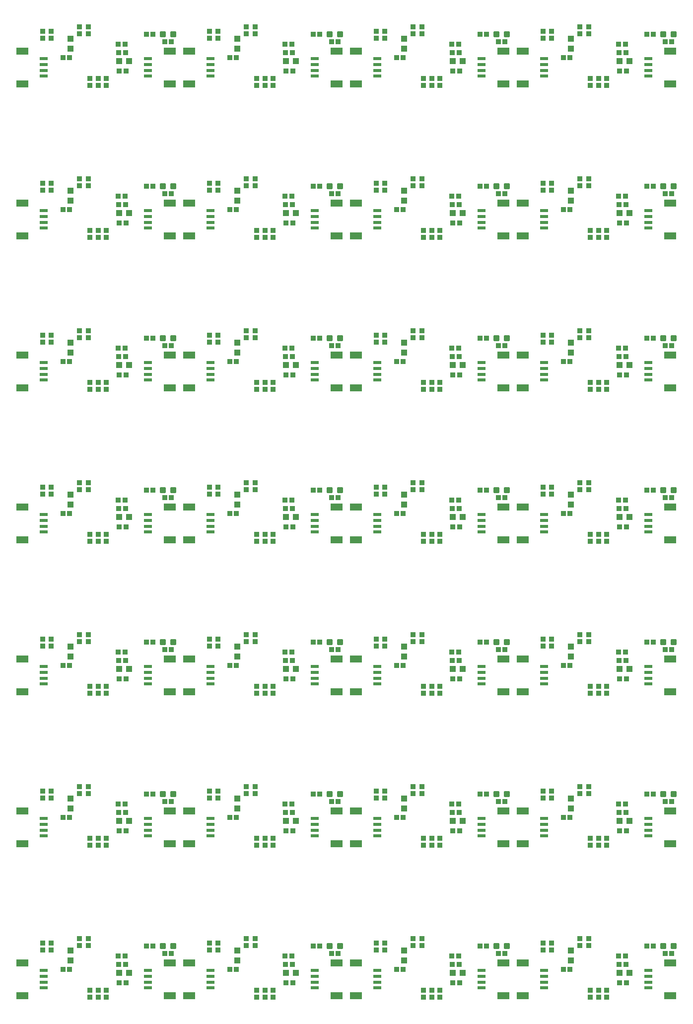
<source format=gbp>
G75*
%MOIN*%
%OFA0B0*%
%FSLAX25Y25*%
%IPPOS*%
%LPD*%
%AMOC8*
5,1,8,0,0,1.08239X$1,22.5*
%
%ADD10R,0.07874X0.04724*%
%ADD11R,0.05315X0.02362*%
%ADD12R,0.03543X0.03346*%
%ADD13R,0.03346X0.03543*%
%ADD14R,0.04331X0.03937*%
%ADD15C,0.01181*%
%ADD16R,0.03937X0.04331*%
D10*
X0048873Y0067726D03*
X0048873Y0089774D03*
X0048873Y0169726D03*
X0048873Y0191774D03*
X0048873Y0271726D03*
X0048873Y0293774D03*
X0048873Y0373726D03*
X0048873Y0395774D03*
X0048873Y0475726D03*
X0048873Y0497774D03*
X0048873Y0577726D03*
X0048873Y0599774D03*
X0048873Y0679726D03*
X0048873Y0701774D03*
X0147810Y0701774D03*
X0160873Y0701774D03*
X0160873Y0679726D03*
X0147810Y0679726D03*
X0147810Y0599774D03*
X0160873Y0599774D03*
X0160873Y0577726D03*
X0147810Y0577726D03*
X0147810Y0497774D03*
X0160873Y0497774D03*
X0160873Y0475726D03*
X0147810Y0475726D03*
X0147810Y0395774D03*
X0147810Y0373726D03*
X0160873Y0373726D03*
X0160873Y0395774D03*
X0160873Y0293774D03*
X0147810Y0293774D03*
X0147810Y0271726D03*
X0160873Y0271726D03*
X0160873Y0191774D03*
X0147810Y0191774D03*
X0147810Y0169726D03*
X0160873Y0169726D03*
X0160873Y0089774D03*
X0147810Y0089774D03*
X0147810Y0067726D03*
X0160873Y0067726D03*
X0259810Y0067726D03*
X0272873Y0067726D03*
X0272873Y0089774D03*
X0259810Y0089774D03*
X0259810Y0169726D03*
X0272873Y0169726D03*
X0272873Y0191774D03*
X0259810Y0191774D03*
X0259810Y0271726D03*
X0272873Y0271726D03*
X0272873Y0293774D03*
X0259810Y0293774D03*
X0259810Y0373726D03*
X0259810Y0395774D03*
X0272873Y0395774D03*
X0272873Y0373726D03*
X0272873Y0475726D03*
X0259810Y0475726D03*
X0259810Y0497774D03*
X0272873Y0497774D03*
X0272873Y0577726D03*
X0259810Y0577726D03*
X0259810Y0599774D03*
X0272873Y0599774D03*
X0272873Y0679726D03*
X0259810Y0679726D03*
X0259810Y0701774D03*
X0272873Y0701774D03*
X0371810Y0701774D03*
X0384873Y0701774D03*
X0384873Y0679726D03*
X0371810Y0679726D03*
X0371810Y0599774D03*
X0384873Y0599774D03*
X0384873Y0577726D03*
X0371810Y0577726D03*
X0371810Y0497774D03*
X0384873Y0497774D03*
X0384873Y0475726D03*
X0371810Y0475726D03*
X0371810Y0395774D03*
X0384873Y0395774D03*
X0384873Y0373726D03*
X0371810Y0373726D03*
X0371810Y0293774D03*
X0384873Y0293774D03*
X0384873Y0271726D03*
X0371810Y0271726D03*
X0371810Y0191774D03*
X0384873Y0191774D03*
X0384873Y0169726D03*
X0371810Y0169726D03*
X0371810Y0089774D03*
X0384873Y0089774D03*
X0384873Y0067726D03*
X0371810Y0067726D03*
X0483810Y0067726D03*
X0483810Y0089774D03*
X0483810Y0169726D03*
X0483810Y0191774D03*
X0483810Y0271726D03*
X0483810Y0293774D03*
X0483810Y0373726D03*
X0483810Y0395774D03*
X0483810Y0475726D03*
X0483810Y0497774D03*
X0483810Y0577726D03*
X0483810Y0599774D03*
X0483810Y0679726D03*
X0483810Y0701774D03*
D11*
X0469342Y0696656D03*
X0469342Y0692719D03*
X0469342Y0688781D03*
X0469342Y0684844D03*
X0469342Y0594656D03*
X0469342Y0590719D03*
X0469342Y0586781D03*
X0469342Y0582844D03*
X0399342Y0582844D03*
X0399342Y0586781D03*
X0399342Y0590719D03*
X0399342Y0594656D03*
X0357342Y0594656D03*
X0357342Y0590719D03*
X0357342Y0586781D03*
X0357342Y0582844D03*
X0287342Y0582844D03*
X0287342Y0586781D03*
X0287342Y0590719D03*
X0287342Y0594656D03*
X0245342Y0594656D03*
X0245342Y0590719D03*
X0245342Y0586781D03*
X0245342Y0582844D03*
X0175342Y0582844D03*
X0175342Y0586781D03*
X0175342Y0590719D03*
X0175342Y0594656D03*
X0133342Y0594656D03*
X0133342Y0590719D03*
X0133342Y0586781D03*
X0133342Y0582844D03*
X0063342Y0582844D03*
X0063342Y0586781D03*
X0063342Y0590719D03*
X0063342Y0594656D03*
X0063342Y0684844D03*
X0063342Y0688781D03*
X0063342Y0692719D03*
X0063342Y0696656D03*
X0133342Y0696656D03*
X0133342Y0692719D03*
X0133342Y0688781D03*
X0133342Y0684844D03*
X0175342Y0684844D03*
X0175342Y0688781D03*
X0175342Y0692719D03*
X0175342Y0696656D03*
X0245342Y0696656D03*
X0245342Y0692719D03*
X0245342Y0688781D03*
X0245342Y0684844D03*
X0287342Y0684844D03*
X0287342Y0688781D03*
X0287342Y0692719D03*
X0287342Y0696656D03*
X0357342Y0696656D03*
X0357342Y0692719D03*
X0357342Y0688781D03*
X0357342Y0684844D03*
X0399342Y0684844D03*
X0399342Y0688781D03*
X0399342Y0692719D03*
X0399342Y0696656D03*
X0399342Y0492656D03*
X0399342Y0488719D03*
X0399342Y0484781D03*
X0399342Y0480844D03*
X0357342Y0480844D03*
X0357342Y0484781D03*
X0357342Y0488719D03*
X0357342Y0492656D03*
X0287342Y0492656D03*
X0287342Y0488719D03*
X0287342Y0484781D03*
X0287342Y0480844D03*
X0245342Y0480844D03*
X0245342Y0484781D03*
X0245342Y0488719D03*
X0245342Y0492656D03*
X0175342Y0492656D03*
X0175342Y0488719D03*
X0175342Y0484781D03*
X0175342Y0480844D03*
X0133342Y0480844D03*
X0133342Y0484781D03*
X0133342Y0488719D03*
X0133342Y0492656D03*
X0063342Y0492656D03*
X0063342Y0488719D03*
X0063342Y0484781D03*
X0063342Y0480844D03*
X0063342Y0390656D03*
X0063342Y0386719D03*
X0063342Y0382781D03*
X0063342Y0378844D03*
X0063342Y0288656D03*
X0063342Y0284719D03*
X0063342Y0280781D03*
X0063342Y0276844D03*
X0063342Y0186656D03*
X0063342Y0182719D03*
X0063342Y0178781D03*
X0063342Y0174844D03*
X0063342Y0084656D03*
X0063342Y0080719D03*
X0063342Y0076781D03*
X0063342Y0072844D03*
X0133342Y0072844D03*
X0133342Y0076781D03*
X0133342Y0080719D03*
X0133342Y0084656D03*
X0175342Y0084656D03*
X0175342Y0080719D03*
X0175342Y0076781D03*
X0175342Y0072844D03*
X0245342Y0072844D03*
X0245342Y0076781D03*
X0245342Y0080719D03*
X0245342Y0084656D03*
X0287342Y0084656D03*
X0287342Y0080719D03*
X0287342Y0076781D03*
X0287342Y0072844D03*
X0357342Y0072844D03*
X0357342Y0076781D03*
X0357342Y0080719D03*
X0357342Y0084656D03*
X0399342Y0084656D03*
X0399342Y0080719D03*
X0399342Y0076781D03*
X0399342Y0072844D03*
X0469342Y0072844D03*
X0469342Y0076781D03*
X0469342Y0080719D03*
X0469342Y0084656D03*
X0469342Y0174844D03*
X0469342Y0178781D03*
X0469342Y0182719D03*
X0469342Y0186656D03*
X0469342Y0276844D03*
X0469342Y0280781D03*
X0469342Y0284719D03*
X0469342Y0288656D03*
X0469342Y0378844D03*
X0469342Y0382781D03*
X0469342Y0386719D03*
X0469342Y0390656D03*
X0469342Y0480844D03*
X0469342Y0484781D03*
X0469342Y0488719D03*
X0469342Y0492656D03*
X0399342Y0390656D03*
X0399342Y0386719D03*
X0399342Y0382781D03*
X0399342Y0378844D03*
X0357342Y0378844D03*
X0357342Y0382781D03*
X0357342Y0386719D03*
X0357342Y0390656D03*
X0287342Y0390656D03*
X0287342Y0386719D03*
X0287342Y0382781D03*
X0287342Y0378844D03*
X0245342Y0378844D03*
X0245342Y0382781D03*
X0245342Y0386719D03*
X0245342Y0390656D03*
X0175342Y0390656D03*
X0175342Y0386719D03*
X0175342Y0382781D03*
X0175342Y0378844D03*
X0133342Y0378844D03*
X0133342Y0382781D03*
X0133342Y0386719D03*
X0133342Y0390656D03*
X0133342Y0288656D03*
X0133342Y0284719D03*
X0133342Y0280781D03*
X0133342Y0276844D03*
X0175342Y0276844D03*
X0175342Y0280781D03*
X0175342Y0284719D03*
X0175342Y0288656D03*
X0245342Y0288656D03*
X0245342Y0284719D03*
X0245342Y0280781D03*
X0245342Y0276844D03*
X0287342Y0276844D03*
X0287342Y0280781D03*
X0287342Y0284719D03*
X0287342Y0288656D03*
X0357342Y0288656D03*
X0357342Y0284719D03*
X0357342Y0280781D03*
X0357342Y0276844D03*
X0399342Y0276844D03*
X0399342Y0280781D03*
X0399342Y0284719D03*
X0399342Y0288656D03*
X0399342Y0186656D03*
X0399342Y0182719D03*
X0399342Y0178781D03*
X0399342Y0174844D03*
X0357342Y0174844D03*
X0357342Y0178781D03*
X0357342Y0182719D03*
X0357342Y0186656D03*
X0287342Y0186656D03*
X0287342Y0182719D03*
X0287342Y0178781D03*
X0287342Y0174844D03*
X0245342Y0174844D03*
X0245342Y0178781D03*
X0245342Y0182719D03*
X0245342Y0186656D03*
X0175342Y0186656D03*
X0175342Y0182719D03*
X0175342Y0178781D03*
X0175342Y0174844D03*
X0133342Y0174844D03*
X0133342Y0178781D03*
X0133342Y0182719D03*
X0133342Y0186656D03*
D12*
X0105342Y0173233D03*
X0105342Y0168667D03*
X0099742Y0168667D03*
X0099742Y0173233D03*
X0094242Y0173233D03*
X0094242Y0168667D03*
X0068342Y0200367D03*
X0068342Y0204933D03*
X0062542Y0204933D03*
X0062542Y0200367D03*
X0087242Y0203367D03*
X0087242Y0207933D03*
X0093042Y0207933D03*
X0093042Y0203367D03*
X0094242Y0270667D03*
X0094242Y0275233D03*
X0099742Y0275233D03*
X0099742Y0270667D03*
X0105342Y0270667D03*
X0105342Y0275233D03*
X0093042Y0305367D03*
X0093042Y0309933D03*
X0087242Y0309933D03*
X0087242Y0305367D03*
X0068342Y0306933D03*
X0068342Y0302367D03*
X0062542Y0302367D03*
X0062542Y0306933D03*
X0094242Y0372667D03*
X0094242Y0377233D03*
X0099742Y0377233D03*
X0099742Y0372667D03*
X0105342Y0372667D03*
X0105342Y0377233D03*
X0093042Y0407367D03*
X0093042Y0411933D03*
X0087242Y0411933D03*
X0087242Y0407367D03*
X0068342Y0408933D03*
X0068342Y0404367D03*
X0062542Y0404367D03*
X0062542Y0408933D03*
X0094242Y0474667D03*
X0094242Y0479233D03*
X0099742Y0479233D03*
X0099742Y0474667D03*
X0105342Y0474667D03*
X0105342Y0479233D03*
X0093042Y0509367D03*
X0093042Y0513933D03*
X0087242Y0513933D03*
X0087242Y0509367D03*
X0068342Y0510933D03*
X0068342Y0506367D03*
X0062542Y0506367D03*
X0062542Y0510933D03*
X0094242Y0576667D03*
X0094242Y0581233D03*
X0099742Y0581233D03*
X0099742Y0576667D03*
X0105342Y0576667D03*
X0105342Y0581233D03*
X0093042Y0611367D03*
X0093042Y0615933D03*
X0087242Y0615933D03*
X0087242Y0611367D03*
X0068342Y0612933D03*
X0068342Y0608367D03*
X0062542Y0608367D03*
X0062542Y0612933D03*
X0094242Y0678667D03*
X0094242Y0683233D03*
X0099742Y0683233D03*
X0099742Y0678667D03*
X0105342Y0678667D03*
X0105342Y0683233D03*
X0093042Y0713367D03*
X0093042Y0717933D03*
X0087242Y0717933D03*
X0087242Y0713367D03*
X0068342Y0714933D03*
X0068342Y0710367D03*
X0062542Y0710367D03*
X0062542Y0714933D03*
X0174542Y0714933D03*
X0174542Y0710367D03*
X0180342Y0710367D03*
X0180342Y0714933D03*
X0199242Y0713367D03*
X0199242Y0717933D03*
X0205042Y0717933D03*
X0205042Y0713367D03*
X0206242Y0683233D03*
X0206242Y0678667D03*
X0211742Y0678667D03*
X0211742Y0683233D03*
X0217342Y0683233D03*
X0217342Y0678667D03*
X0205042Y0615933D03*
X0205042Y0611367D03*
X0199242Y0611367D03*
X0199242Y0615933D03*
X0180342Y0612933D03*
X0180342Y0608367D03*
X0174542Y0608367D03*
X0174542Y0612933D03*
X0206242Y0581233D03*
X0206242Y0576667D03*
X0211742Y0576667D03*
X0211742Y0581233D03*
X0217342Y0581233D03*
X0217342Y0576667D03*
X0205042Y0513933D03*
X0205042Y0509367D03*
X0199242Y0509367D03*
X0199242Y0513933D03*
X0180342Y0510933D03*
X0180342Y0506367D03*
X0174542Y0506367D03*
X0174542Y0510933D03*
X0206242Y0479233D03*
X0206242Y0474667D03*
X0211742Y0474667D03*
X0211742Y0479233D03*
X0217342Y0479233D03*
X0217342Y0474667D03*
X0205042Y0411933D03*
X0205042Y0407367D03*
X0199242Y0407367D03*
X0199242Y0411933D03*
X0180342Y0408933D03*
X0180342Y0404367D03*
X0174542Y0404367D03*
X0174542Y0408933D03*
X0206242Y0377233D03*
X0206242Y0372667D03*
X0211742Y0372667D03*
X0211742Y0377233D03*
X0217342Y0377233D03*
X0217342Y0372667D03*
X0205042Y0309933D03*
X0205042Y0305367D03*
X0199242Y0305367D03*
X0199242Y0309933D03*
X0180342Y0306933D03*
X0180342Y0302367D03*
X0174542Y0302367D03*
X0174542Y0306933D03*
X0206242Y0275233D03*
X0206242Y0270667D03*
X0211742Y0270667D03*
X0211742Y0275233D03*
X0217342Y0275233D03*
X0217342Y0270667D03*
X0205042Y0207933D03*
X0205042Y0203367D03*
X0199242Y0203367D03*
X0199242Y0207933D03*
X0180342Y0204933D03*
X0180342Y0200367D03*
X0174542Y0200367D03*
X0174542Y0204933D03*
X0206242Y0173233D03*
X0206242Y0168667D03*
X0211742Y0168667D03*
X0211742Y0173233D03*
X0217342Y0173233D03*
X0217342Y0168667D03*
X0205042Y0105933D03*
X0205042Y0101367D03*
X0199242Y0101367D03*
X0199242Y0105933D03*
X0180342Y0102933D03*
X0180342Y0098367D03*
X0174542Y0098367D03*
X0174542Y0102933D03*
X0206242Y0071233D03*
X0206242Y0066667D03*
X0211742Y0066667D03*
X0211742Y0071233D03*
X0217342Y0071233D03*
X0217342Y0066667D03*
X0286542Y0098367D03*
X0286542Y0102933D03*
X0292342Y0102933D03*
X0292342Y0098367D03*
X0311242Y0101367D03*
X0311242Y0105933D03*
X0317042Y0105933D03*
X0317042Y0101367D03*
X0318242Y0071233D03*
X0318242Y0066667D03*
X0323742Y0066667D03*
X0323742Y0071233D03*
X0329342Y0071233D03*
X0329342Y0066667D03*
X0398542Y0098367D03*
X0398542Y0102933D03*
X0404342Y0102933D03*
X0404342Y0098367D03*
X0423242Y0101367D03*
X0423242Y0105933D03*
X0429042Y0105933D03*
X0429042Y0101367D03*
X0430242Y0071233D03*
X0430242Y0066667D03*
X0435742Y0066667D03*
X0435742Y0071233D03*
X0441342Y0071233D03*
X0441342Y0066667D03*
X0441342Y0168667D03*
X0441342Y0173233D03*
X0435742Y0173233D03*
X0435742Y0168667D03*
X0430242Y0168667D03*
X0430242Y0173233D03*
X0429042Y0203367D03*
X0429042Y0207933D03*
X0423242Y0207933D03*
X0423242Y0203367D03*
X0404342Y0204933D03*
X0404342Y0200367D03*
X0398542Y0200367D03*
X0398542Y0204933D03*
X0430242Y0270667D03*
X0430242Y0275233D03*
X0435742Y0275233D03*
X0435742Y0270667D03*
X0441342Y0270667D03*
X0441342Y0275233D03*
X0429042Y0305367D03*
X0429042Y0309933D03*
X0423242Y0309933D03*
X0423242Y0305367D03*
X0404342Y0306933D03*
X0404342Y0302367D03*
X0398542Y0302367D03*
X0398542Y0306933D03*
X0430242Y0372667D03*
X0430242Y0377233D03*
X0435742Y0377233D03*
X0435742Y0372667D03*
X0441342Y0372667D03*
X0441342Y0377233D03*
X0429042Y0407367D03*
X0429042Y0411933D03*
X0423242Y0411933D03*
X0423242Y0407367D03*
X0404342Y0408933D03*
X0404342Y0404367D03*
X0398542Y0404367D03*
X0398542Y0408933D03*
X0430242Y0474667D03*
X0430242Y0479233D03*
X0435742Y0479233D03*
X0435742Y0474667D03*
X0441342Y0474667D03*
X0441342Y0479233D03*
X0429042Y0509367D03*
X0429042Y0513933D03*
X0423242Y0513933D03*
X0423242Y0509367D03*
X0404342Y0510933D03*
X0404342Y0506367D03*
X0398542Y0506367D03*
X0398542Y0510933D03*
X0430242Y0576667D03*
X0430242Y0581233D03*
X0435742Y0581233D03*
X0435742Y0576667D03*
X0441342Y0576667D03*
X0441342Y0581233D03*
X0429042Y0611367D03*
X0429042Y0615933D03*
X0423242Y0615933D03*
X0423242Y0611367D03*
X0404342Y0612933D03*
X0404342Y0608367D03*
X0398542Y0608367D03*
X0398542Y0612933D03*
X0430242Y0678667D03*
X0430242Y0683233D03*
X0435742Y0683233D03*
X0435742Y0678667D03*
X0441342Y0678667D03*
X0441342Y0683233D03*
X0429042Y0713367D03*
X0429042Y0717933D03*
X0423242Y0717933D03*
X0423242Y0713367D03*
X0404342Y0714933D03*
X0404342Y0710367D03*
X0398542Y0710367D03*
X0398542Y0714933D03*
X0329342Y0683233D03*
X0329342Y0678667D03*
X0323742Y0678667D03*
X0323742Y0683233D03*
X0318242Y0683233D03*
X0318242Y0678667D03*
X0292342Y0710367D03*
X0292342Y0714933D03*
X0286542Y0714933D03*
X0286542Y0710367D03*
X0311242Y0713367D03*
X0311242Y0717933D03*
X0317042Y0717933D03*
X0317042Y0713367D03*
X0317042Y0615933D03*
X0317042Y0611367D03*
X0311242Y0611367D03*
X0311242Y0615933D03*
X0292342Y0612933D03*
X0292342Y0608367D03*
X0286542Y0608367D03*
X0286542Y0612933D03*
X0318242Y0581233D03*
X0318242Y0576667D03*
X0323742Y0576667D03*
X0323742Y0581233D03*
X0329342Y0581233D03*
X0329342Y0576667D03*
X0317042Y0513933D03*
X0317042Y0509367D03*
X0311242Y0509367D03*
X0311242Y0513933D03*
X0292342Y0510933D03*
X0292342Y0506367D03*
X0286542Y0506367D03*
X0286542Y0510933D03*
X0318242Y0479233D03*
X0318242Y0474667D03*
X0323742Y0474667D03*
X0323742Y0479233D03*
X0329342Y0479233D03*
X0329342Y0474667D03*
X0317042Y0411933D03*
X0317042Y0407367D03*
X0311242Y0407367D03*
X0311242Y0411933D03*
X0292342Y0408933D03*
X0292342Y0404367D03*
X0286542Y0404367D03*
X0286542Y0408933D03*
X0318242Y0377233D03*
X0318242Y0372667D03*
X0323742Y0372667D03*
X0323742Y0377233D03*
X0329342Y0377233D03*
X0329342Y0372667D03*
X0317042Y0309933D03*
X0317042Y0305367D03*
X0311242Y0305367D03*
X0311242Y0309933D03*
X0292342Y0306933D03*
X0292342Y0302367D03*
X0286542Y0302367D03*
X0286542Y0306933D03*
X0318242Y0275233D03*
X0318242Y0270667D03*
X0323742Y0270667D03*
X0323742Y0275233D03*
X0329342Y0275233D03*
X0329342Y0270667D03*
X0317042Y0207933D03*
X0317042Y0203367D03*
X0311242Y0203367D03*
X0311242Y0207933D03*
X0292342Y0204933D03*
X0292342Y0200367D03*
X0286542Y0200367D03*
X0286542Y0204933D03*
X0318242Y0173233D03*
X0318242Y0168667D03*
X0323742Y0168667D03*
X0323742Y0173233D03*
X0329342Y0173233D03*
X0329342Y0168667D03*
X0105342Y0071233D03*
X0105342Y0066667D03*
X0099742Y0066667D03*
X0099742Y0071233D03*
X0094242Y0071233D03*
X0094242Y0066667D03*
X0093042Y0101367D03*
X0093042Y0105933D03*
X0087242Y0105933D03*
X0087242Y0101367D03*
X0068342Y0102933D03*
X0068342Y0098367D03*
X0062542Y0098367D03*
X0062542Y0102933D03*
D13*
X0076058Y0085250D03*
X0080625Y0085250D03*
X0113458Y0088750D03*
X0118025Y0088750D03*
X0117725Y0094250D03*
X0113158Y0094250D03*
X0113858Y0076150D03*
X0118425Y0076150D03*
X0132058Y0101050D03*
X0136625Y0101050D03*
X0144358Y0095850D03*
X0148925Y0095850D03*
X0188058Y0085250D03*
X0192625Y0085250D03*
X0225458Y0088750D03*
X0230025Y0088750D03*
X0229725Y0094250D03*
X0225158Y0094250D03*
X0225858Y0076150D03*
X0230425Y0076150D03*
X0244058Y0101050D03*
X0248625Y0101050D03*
X0256358Y0095850D03*
X0260925Y0095850D03*
X0300058Y0085250D03*
X0304625Y0085250D03*
X0337458Y0088750D03*
X0342025Y0088750D03*
X0341725Y0094250D03*
X0337158Y0094250D03*
X0337858Y0076150D03*
X0342425Y0076150D03*
X0356058Y0101050D03*
X0360625Y0101050D03*
X0368358Y0095850D03*
X0372925Y0095850D03*
X0412058Y0085250D03*
X0416625Y0085250D03*
X0449458Y0088750D03*
X0454025Y0088750D03*
X0453725Y0094250D03*
X0449158Y0094250D03*
X0449858Y0076150D03*
X0454425Y0076150D03*
X0468058Y0101050D03*
X0472625Y0101050D03*
X0480358Y0095850D03*
X0484925Y0095850D03*
X0454425Y0178150D03*
X0449858Y0178150D03*
X0449458Y0190750D03*
X0454025Y0190750D03*
X0453725Y0196250D03*
X0449158Y0196250D03*
X0468058Y0203050D03*
X0472625Y0203050D03*
X0480358Y0197850D03*
X0484925Y0197850D03*
X0454425Y0280150D03*
X0449858Y0280150D03*
X0449458Y0292750D03*
X0454025Y0292750D03*
X0453725Y0298250D03*
X0449158Y0298250D03*
X0468058Y0305050D03*
X0472625Y0305050D03*
X0480358Y0299850D03*
X0484925Y0299850D03*
X0454425Y0382150D03*
X0449858Y0382150D03*
X0449458Y0394750D03*
X0454025Y0394750D03*
X0453725Y0400250D03*
X0449158Y0400250D03*
X0468058Y0407050D03*
X0472625Y0407050D03*
X0480358Y0401850D03*
X0484925Y0401850D03*
X0454425Y0484150D03*
X0449858Y0484150D03*
X0449458Y0496750D03*
X0454025Y0496750D03*
X0453725Y0502250D03*
X0449158Y0502250D03*
X0468058Y0509050D03*
X0472625Y0509050D03*
X0480358Y0503850D03*
X0484925Y0503850D03*
X0454425Y0586150D03*
X0449858Y0586150D03*
X0449458Y0598750D03*
X0454025Y0598750D03*
X0453725Y0604250D03*
X0449158Y0604250D03*
X0468058Y0611050D03*
X0472625Y0611050D03*
X0480358Y0605850D03*
X0484925Y0605850D03*
X0416625Y0595250D03*
X0412058Y0595250D03*
X0372925Y0605850D03*
X0368358Y0605850D03*
X0360625Y0611050D03*
X0356058Y0611050D03*
X0341725Y0604250D03*
X0337158Y0604250D03*
X0337458Y0598750D03*
X0342025Y0598750D03*
X0342425Y0586150D03*
X0337858Y0586150D03*
X0304625Y0595250D03*
X0300058Y0595250D03*
X0260925Y0605850D03*
X0256358Y0605850D03*
X0248625Y0611050D03*
X0244058Y0611050D03*
X0229725Y0604250D03*
X0225158Y0604250D03*
X0225458Y0598750D03*
X0230025Y0598750D03*
X0230425Y0586150D03*
X0225858Y0586150D03*
X0192625Y0595250D03*
X0188058Y0595250D03*
X0148925Y0605850D03*
X0144358Y0605850D03*
X0136625Y0611050D03*
X0132058Y0611050D03*
X0117725Y0604250D03*
X0113158Y0604250D03*
X0113458Y0598750D03*
X0118025Y0598750D03*
X0118425Y0586150D03*
X0113858Y0586150D03*
X0080625Y0595250D03*
X0076058Y0595250D03*
X0113158Y0502250D03*
X0117725Y0502250D03*
X0118025Y0496750D03*
X0113458Y0496750D03*
X0113858Y0484150D03*
X0118425Y0484150D03*
X0132058Y0509050D03*
X0136625Y0509050D03*
X0144358Y0503850D03*
X0148925Y0503850D03*
X0188058Y0493250D03*
X0192625Y0493250D03*
X0225458Y0496750D03*
X0230025Y0496750D03*
X0229725Y0502250D03*
X0225158Y0502250D03*
X0225858Y0484150D03*
X0230425Y0484150D03*
X0244058Y0509050D03*
X0248625Y0509050D03*
X0256358Y0503850D03*
X0260925Y0503850D03*
X0300058Y0493250D03*
X0304625Y0493250D03*
X0337458Y0496750D03*
X0342025Y0496750D03*
X0341725Y0502250D03*
X0337158Y0502250D03*
X0337858Y0484150D03*
X0342425Y0484150D03*
X0356058Y0509050D03*
X0360625Y0509050D03*
X0368358Y0503850D03*
X0372925Y0503850D03*
X0412058Y0493250D03*
X0416625Y0493250D03*
X0360625Y0407050D03*
X0356058Y0407050D03*
X0368358Y0401850D03*
X0372925Y0401850D03*
X0341725Y0400250D03*
X0337158Y0400250D03*
X0337458Y0394750D03*
X0342025Y0394750D03*
X0342425Y0382150D03*
X0337858Y0382150D03*
X0304625Y0391250D03*
X0300058Y0391250D03*
X0260925Y0401850D03*
X0256358Y0401850D03*
X0248625Y0407050D03*
X0244058Y0407050D03*
X0229725Y0400250D03*
X0225158Y0400250D03*
X0225458Y0394750D03*
X0230025Y0394750D03*
X0230425Y0382150D03*
X0225858Y0382150D03*
X0192625Y0391250D03*
X0188058Y0391250D03*
X0148925Y0401850D03*
X0144358Y0401850D03*
X0136625Y0407050D03*
X0132058Y0407050D03*
X0117725Y0400250D03*
X0113158Y0400250D03*
X0113458Y0394750D03*
X0118025Y0394750D03*
X0118425Y0382150D03*
X0113858Y0382150D03*
X0080625Y0391250D03*
X0076058Y0391250D03*
X0132058Y0305050D03*
X0136625Y0305050D03*
X0144358Y0299850D03*
X0148925Y0299850D03*
X0117725Y0298250D03*
X0113158Y0298250D03*
X0113458Y0292750D03*
X0118025Y0292750D03*
X0118425Y0280150D03*
X0113858Y0280150D03*
X0080625Y0289250D03*
X0076058Y0289250D03*
X0132058Y0203050D03*
X0136625Y0203050D03*
X0144358Y0197850D03*
X0148925Y0197850D03*
X0117725Y0196250D03*
X0113158Y0196250D03*
X0113458Y0190750D03*
X0118025Y0190750D03*
X0118425Y0178150D03*
X0113858Y0178150D03*
X0080625Y0187250D03*
X0076058Y0187250D03*
X0188058Y0187250D03*
X0192625Y0187250D03*
X0225458Y0190750D03*
X0230025Y0190750D03*
X0229725Y0196250D03*
X0225158Y0196250D03*
X0225858Y0178150D03*
X0230425Y0178150D03*
X0244058Y0203050D03*
X0248625Y0203050D03*
X0256358Y0197850D03*
X0260925Y0197850D03*
X0300058Y0187250D03*
X0304625Y0187250D03*
X0337458Y0190750D03*
X0342025Y0190750D03*
X0341725Y0196250D03*
X0337158Y0196250D03*
X0337858Y0178150D03*
X0342425Y0178150D03*
X0356058Y0203050D03*
X0360625Y0203050D03*
X0368358Y0197850D03*
X0372925Y0197850D03*
X0412058Y0187250D03*
X0416625Y0187250D03*
X0416625Y0289250D03*
X0412058Y0289250D03*
X0372925Y0299850D03*
X0368358Y0299850D03*
X0360625Y0305050D03*
X0356058Y0305050D03*
X0341725Y0298250D03*
X0337158Y0298250D03*
X0337458Y0292750D03*
X0342025Y0292750D03*
X0342425Y0280150D03*
X0337858Y0280150D03*
X0304625Y0289250D03*
X0300058Y0289250D03*
X0260925Y0299850D03*
X0256358Y0299850D03*
X0248625Y0305050D03*
X0244058Y0305050D03*
X0229725Y0298250D03*
X0225158Y0298250D03*
X0225458Y0292750D03*
X0230025Y0292750D03*
X0230425Y0280150D03*
X0225858Y0280150D03*
X0192625Y0289250D03*
X0188058Y0289250D03*
X0080625Y0493250D03*
X0076058Y0493250D03*
X0113858Y0688150D03*
X0118425Y0688150D03*
X0118025Y0700750D03*
X0113458Y0700750D03*
X0113158Y0706250D03*
X0117725Y0706250D03*
X0132058Y0713050D03*
X0136625Y0713050D03*
X0144358Y0707850D03*
X0148925Y0707850D03*
X0188058Y0697250D03*
X0192625Y0697250D03*
X0225458Y0700750D03*
X0230025Y0700750D03*
X0229725Y0706250D03*
X0225158Y0706250D03*
X0225858Y0688150D03*
X0230425Y0688150D03*
X0244058Y0713050D03*
X0248625Y0713050D03*
X0256358Y0707850D03*
X0260925Y0707850D03*
X0300058Y0697250D03*
X0304625Y0697250D03*
X0337458Y0700750D03*
X0342025Y0700750D03*
X0341725Y0706250D03*
X0337158Y0706250D03*
X0337858Y0688150D03*
X0342425Y0688150D03*
X0356058Y0713050D03*
X0360625Y0713050D03*
X0368358Y0707850D03*
X0372925Y0707850D03*
X0412058Y0697250D03*
X0416625Y0697250D03*
X0449458Y0700750D03*
X0454025Y0700750D03*
X0453725Y0706250D03*
X0449158Y0706250D03*
X0449858Y0688150D03*
X0454425Y0688150D03*
X0468058Y0713050D03*
X0472625Y0713050D03*
X0480358Y0707850D03*
X0484925Y0707850D03*
X0416625Y0391250D03*
X0412058Y0391250D03*
X0080625Y0697250D03*
X0076058Y0697250D03*
D14*
X0113995Y0694850D03*
X0120688Y0694850D03*
X0120688Y0592850D03*
X0113995Y0592850D03*
X0113995Y0490850D03*
X0120688Y0490850D03*
X0120688Y0388850D03*
X0113995Y0388850D03*
X0113995Y0286850D03*
X0120688Y0286850D03*
X0120688Y0184850D03*
X0113995Y0184850D03*
X0113995Y0082850D03*
X0120688Y0082850D03*
X0225995Y0082850D03*
X0232688Y0082850D03*
X0232688Y0184850D03*
X0225995Y0184850D03*
X0225995Y0286850D03*
X0232688Y0286850D03*
X0232688Y0388850D03*
X0225995Y0388850D03*
X0225995Y0490850D03*
X0232688Y0490850D03*
X0232688Y0592850D03*
X0225995Y0592850D03*
X0225995Y0694850D03*
X0232688Y0694850D03*
X0337995Y0694850D03*
X0344688Y0694850D03*
X0344688Y0592850D03*
X0337995Y0592850D03*
X0337995Y0490850D03*
X0344688Y0490850D03*
X0344688Y0388850D03*
X0337995Y0388850D03*
X0337995Y0286850D03*
X0344688Y0286850D03*
X0344688Y0184850D03*
X0337995Y0184850D03*
X0337995Y0082850D03*
X0344688Y0082850D03*
X0449995Y0082850D03*
X0456688Y0082850D03*
X0456688Y0184850D03*
X0449995Y0184850D03*
X0449995Y0286850D03*
X0456688Y0286850D03*
X0456688Y0388850D03*
X0449995Y0388850D03*
X0449995Y0490850D03*
X0456688Y0490850D03*
X0456688Y0592850D03*
X0449995Y0592850D03*
X0449995Y0694850D03*
X0456688Y0694850D03*
D15*
X0477811Y0711572D02*
X0477811Y0714328D01*
X0480567Y0714328D01*
X0480567Y0711572D01*
X0477811Y0711572D01*
X0477811Y0712694D02*
X0480567Y0712694D01*
X0480567Y0713816D02*
X0477811Y0713816D01*
X0484717Y0714328D02*
X0484717Y0711572D01*
X0484717Y0714328D02*
X0487473Y0714328D01*
X0487473Y0711572D01*
X0484717Y0711572D01*
X0484717Y0712694D02*
X0487473Y0712694D01*
X0487473Y0713816D02*
X0484717Y0713816D01*
X0484717Y0612328D02*
X0484717Y0609572D01*
X0484717Y0612328D02*
X0487473Y0612328D01*
X0487473Y0609572D01*
X0484717Y0609572D01*
X0484717Y0610694D02*
X0487473Y0610694D01*
X0487473Y0611816D02*
X0484717Y0611816D01*
X0477811Y0612328D02*
X0477811Y0609572D01*
X0477811Y0612328D02*
X0480567Y0612328D01*
X0480567Y0609572D01*
X0477811Y0609572D01*
X0477811Y0610694D02*
X0480567Y0610694D01*
X0480567Y0611816D02*
X0477811Y0611816D01*
X0477811Y0510328D02*
X0477811Y0507572D01*
X0477811Y0510328D02*
X0480567Y0510328D01*
X0480567Y0507572D01*
X0477811Y0507572D01*
X0477811Y0508694D02*
X0480567Y0508694D01*
X0480567Y0509816D02*
X0477811Y0509816D01*
X0484717Y0510328D02*
X0484717Y0507572D01*
X0484717Y0510328D02*
X0487473Y0510328D01*
X0487473Y0507572D01*
X0484717Y0507572D01*
X0484717Y0508694D02*
X0487473Y0508694D01*
X0487473Y0509816D02*
X0484717Y0509816D01*
X0484717Y0408328D02*
X0484717Y0405572D01*
X0484717Y0408328D02*
X0487473Y0408328D01*
X0487473Y0405572D01*
X0484717Y0405572D01*
X0484717Y0406694D02*
X0487473Y0406694D01*
X0487473Y0407816D02*
X0484717Y0407816D01*
X0477811Y0408328D02*
X0477811Y0405572D01*
X0477811Y0408328D02*
X0480567Y0408328D01*
X0480567Y0405572D01*
X0477811Y0405572D01*
X0477811Y0406694D02*
X0480567Y0406694D01*
X0480567Y0407816D02*
X0477811Y0407816D01*
X0477811Y0306328D02*
X0477811Y0303572D01*
X0477811Y0306328D02*
X0480567Y0306328D01*
X0480567Y0303572D01*
X0477811Y0303572D01*
X0477811Y0304694D02*
X0480567Y0304694D01*
X0480567Y0305816D02*
X0477811Y0305816D01*
X0484717Y0306328D02*
X0484717Y0303572D01*
X0484717Y0306328D02*
X0487473Y0306328D01*
X0487473Y0303572D01*
X0484717Y0303572D01*
X0484717Y0304694D02*
X0487473Y0304694D01*
X0487473Y0305816D02*
X0484717Y0305816D01*
X0484717Y0204328D02*
X0484717Y0201572D01*
X0484717Y0204328D02*
X0487473Y0204328D01*
X0487473Y0201572D01*
X0484717Y0201572D01*
X0484717Y0202694D02*
X0487473Y0202694D01*
X0487473Y0203816D02*
X0484717Y0203816D01*
X0477811Y0204328D02*
X0477811Y0201572D01*
X0477811Y0204328D02*
X0480567Y0204328D01*
X0480567Y0201572D01*
X0477811Y0201572D01*
X0477811Y0202694D02*
X0480567Y0202694D01*
X0480567Y0203816D02*
X0477811Y0203816D01*
X0477811Y0102328D02*
X0477811Y0099572D01*
X0477811Y0102328D02*
X0480567Y0102328D01*
X0480567Y0099572D01*
X0477811Y0099572D01*
X0477811Y0100694D02*
X0480567Y0100694D01*
X0480567Y0101816D02*
X0477811Y0101816D01*
X0484717Y0102328D02*
X0484717Y0099572D01*
X0484717Y0102328D02*
X0487473Y0102328D01*
X0487473Y0099572D01*
X0484717Y0099572D01*
X0484717Y0100694D02*
X0487473Y0100694D01*
X0487473Y0101816D02*
X0484717Y0101816D01*
X0372717Y0102328D02*
X0372717Y0099572D01*
X0372717Y0102328D02*
X0375473Y0102328D01*
X0375473Y0099572D01*
X0372717Y0099572D01*
X0372717Y0100694D02*
X0375473Y0100694D01*
X0375473Y0101816D02*
X0372717Y0101816D01*
X0365811Y0102328D02*
X0365811Y0099572D01*
X0365811Y0102328D02*
X0368567Y0102328D01*
X0368567Y0099572D01*
X0365811Y0099572D01*
X0365811Y0100694D02*
X0368567Y0100694D01*
X0368567Y0101816D02*
X0365811Y0101816D01*
X0365811Y0201572D02*
X0365811Y0204328D01*
X0368567Y0204328D01*
X0368567Y0201572D01*
X0365811Y0201572D01*
X0365811Y0202694D02*
X0368567Y0202694D01*
X0368567Y0203816D02*
X0365811Y0203816D01*
X0372717Y0204328D02*
X0372717Y0201572D01*
X0372717Y0204328D02*
X0375473Y0204328D01*
X0375473Y0201572D01*
X0372717Y0201572D01*
X0372717Y0202694D02*
X0375473Y0202694D01*
X0375473Y0203816D02*
X0372717Y0203816D01*
X0372717Y0303572D02*
X0372717Y0306328D01*
X0375473Y0306328D01*
X0375473Y0303572D01*
X0372717Y0303572D01*
X0372717Y0304694D02*
X0375473Y0304694D01*
X0375473Y0305816D02*
X0372717Y0305816D01*
X0365811Y0306328D02*
X0365811Y0303572D01*
X0365811Y0306328D02*
X0368567Y0306328D01*
X0368567Y0303572D01*
X0365811Y0303572D01*
X0365811Y0304694D02*
X0368567Y0304694D01*
X0368567Y0305816D02*
X0365811Y0305816D01*
X0365811Y0405572D02*
X0365811Y0408328D01*
X0368567Y0408328D01*
X0368567Y0405572D01*
X0365811Y0405572D01*
X0365811Y0406694D02*
X0368567Y0406694D01*
X0368567Y0407816D02*
X0365811Y0407816D01*
X0372717Y0408328D02*
X0372717Y0405572D01*
X0372717Y0408328D02*
X0375473Y0408328D01*
X0375473Y0405572D01*
X0372717Y0405572D01*
X0372717Y0406694D02*
X0375473Y0406694D01*
X0375473Y0407816D02*
X0372717Y0407816D01*
X0372717Y0507572D02*
X0372717Y0510328D01*
X0375473Y0510328D01*
X0375473Y0507572D01*
X0372717Y0507572D01*
X0372717Y0508694D02*
X0375473Y0508694D01*
X0375473Y0509816D02*
X0372717Y0509816D01*
X0365811Y0510328D02*
X0365811Y0507572D01*
X0365811Y0510328D02*
X0368567Y0510328D01*
X0368567Y0507572D01*
X0365811Y0507572D01*
X0365811Y0508694D02*
X0368567Y0508694D01*
X0368567Y0509816D02*
X0365811Y0509816D01*
X0365811Y0609572D02*
X0365811Y0612328D01*
X0368567Y0612328D01*
X0368567Y0609572D01*
X0365811Y0609572D01*
X0365811Y0610694D02*
X0368567Y0610694D01*
X0368567Y0611816D02*
X0365811Y0611816D01*
X0372717Y0612328D02*
X0372717Y0609572D01*
X0372717Y0612328D02*
X0375473Y0612328D01*
X0375473Y0609572D01*
X0372717Y0609572D01*
X0372717Y0610694D02*
X0375473Y0610694D01*
X0375473Y0611816D02*
X0372717Y0611816D01*
X0372717Y0711572D02*
X0372717Y0714328D01*
X0375473Y0714328D01*
X0375473Y0711572D01*
X0372717Y0711572D01*
X0372717Y0712694D02*
X0375473Y0712694D01*
X0375473Y0713816D02*
X0372717Y0713816D01*
X0365811Y0714328D02*
X0365811Y0711572D01*
X0365811Y0714328D02*
X0368567Y0714328D01*
X0368567Y0711572D01*
X0365811Y0711572D01*
X0365811Y0712694D02*
X0368567Y0712694D01*
X0368567Y0713816D02*
X0365811Y0713816D01*
X0260717Y0714328D02*
X0260717Y0711572D01*
X0260717Y0714328D02*
X0263473Y0714328D01*
X0263473Y0711572D01*
X0260717Y0711572D01*
X0260717Y0712694D02*
X0263473Y0712694D01*
X0263473Y0713816D02*
X0260717Y0713816D01*
X0253811Y0714328D02*
X0253811Y0711572D01*
X0253811Y0714328D02*
X0256567Y0714328D01*
X0256567Y0711572D01*
X0253811Y0711572D01*
X0253811Y0712694D02*
X0256567Y0712694D01*
X0256567Y0713816D02*
X0253811Y0713816D01*
X0253811Y0612328D02*
X0253811Y0609572D01*
X0253811Y0612328D02*
X0256567Y0612328D01*
X0256567Y0609572D01*
X0253811Y0609572D01*
X0253811Y0610694D02*
X0256567Y0610694D01*
X0256567Y0611816D02*
X0253811Y0611816D01*
X0260717Y0612328D02*
X0260717Y0609572D01*
X0260717Y0612328D02*
X0263473Y0612328D01*
X0263473Y0609572D01*
X0260717Y0609572D01*
X0260717Y0610694D02*
X0263473Y0610694D01*
X0263473Y0611816D02*
X0260717Y0611816D01*
X0260717Y0510328D02*
X0260717Y0507572D01*
X0260717Y0510328D02*
X0263473Y0510328D01*
X0263473Y0507572D01*
X0260717Y0507572D01*
X0260717Y0508694D02*
X0263473Y0508694D01*
X0263473Y0509816D02*
X0260717Y0509816D01*
X0253811Y0510328D02*
X0253811Y0507572D01*
X0253811Y0510328D02*
X0256567Y0510328D01*
X0256567Y0507572D01*
X0253811Y0507572D01*
X0253811Y0508694D02*
X0256567Y0508694D01*
X0256567Y0509816D02*
X0253811Y0509816D01*
X0253811Y0408328D02*
X0253811Y0405572D01*
X0253811Y0408328D02*
X0256567Y0408328D01*
X0256567Y0405572D01*
X0253811Y0405572D01*
X0253811Y0406694D02*
X0256567Y0406694D01*
X0256567Y0407816D02*
X0253811Y0407816D01*
X0260717Y0408328D02*
X0260717Y0405572D01*
X0260717Y0408328D02*
X0263473Y0408328D01*
X0263473Y0405572D01*
X0260717Y0405572D01*
X0260717Y0406694D02*
X0263473Y0406694D01*
X0263473Y0407816D02*
X0260717Y0407816D01*
X0260717Y0306328D02*
X0260717Y0303572D01*
X0260717Y0306328D02*
X0263473Y0306328D01*
X0263473Y0303572D01*
X0260717Y0303572D01*
X0260717Y0304694D02*
X0263473Y0304694D01*
X0263473Y0305816D02*
X0260717Y0305816D01*
X0253811Y0306328D02*
X0253811Y0303572D01*
X0253811Y0306328D02*
X0256567Y0306328D01*
X0256567Y0303572D01*
X0253811Y0303572D01*
X0253811Y0304694D02*
X0256567Y0304694D01*
X0256567Y0305816D02*
X0253811Y0305816D01*
X0253811Y0204328D02*
X0253811Y0201572D01*
X0253811Y0204328D02*
X0256567Y0204328D01*
X0256567Y0201572D01*
X0253811Y0201572D01*
X0253811Y0202694D02*
X0256567Y0202694D01*
X0256567Y0203816D02*
X0253811Y0203816D01*
X0260717Y0204328D02*
X0260717Y0201572D01*
X0260717Y0204328D02*
X0263473Y0204328D01*
X0263473Y0201572D01*
X0260717Y0201572D01*
X0260717Y0202694D02*
X0263473Y0202694D01*
X0263473Y0203816D02*
X0260717Y0203816D01*
X0260717Y0102328D02*
X0260717Y0099572D01*
X0260717Y0102328D02*
X0263473Y0102328D01*
X0263473Y0099572D01*
X0260717Y0099572D01*
X0260717Y0100694D02*
X0263473Y0100694D01*
X0263473Y0101816D02*
X0260717Y0101816D01*
X0253811Y0102328D02*
X0253811Y0099572D01*
X0253811Y0102328D02*
X0256567Y0102328D01*
X0256567Y0099572D01*
X0253811Y0099572D01*
X0253811Y0100694D02*
X0256567Y0100694D01*
X0256567Y0101816D02*
X0253811Y0101816D01*
X0148717Y0102328D02*
X0148717Y0099572D01*
X0148717Y0102328D02*
X0151473Y0102328D01*
X0151473Y0099572D01*
X0148717Y0099572D01*
X0148717Y0100694D02*
X0151473Y0100694D01*
X0151473Y0101816D02*
X0148717Y0101816D01*
X0141811Y0102328D02*
X0141811Y0099572D01*
X0141811Y0102328D02*
X0144567Y0102328D01*
X0144567Y0099572D01*
X0141811Y0099572D01*
X0141811Y0100694D02*
X0144567Y0100694D01*
X0144567Y0101816D02*
X0141811Y0101816D01*
X0141811Y0201572D02*
X0141811Y0204328D01*
X0144567Y0204328D01*
X0144567Y0201572D01*
X0141811Y0201572D01*
X0141811Y0202694D02*
X0144567Y0202694D01*
X0144567Y0203816D02*
X0141811Y0203816D01*
X0148717Y0204328D02*
X0148717Y0201572D01*
X0148717Y0204328D02*
X0151473Y0204328D01*
X0151473Y0201572D01*
X0148717Y0201572D01*
X0148717Y0202694D02*
X0151473Y0202694D01*
X0151473Y0203816D02*
X0148717Y0203816D01*
X0148717Y0303572D02*
X0148717Y0306328D01*
X0151473Y0306328D01*
X0151473Y0303572D01*
X0148717Y0303572D01*
X0148717Y0304694D02*
X0151473Y0304694D01*
X0151473Y0305816D02*
X0148717Y0305816D01*
X0141811Y0306328D02*
X0141811Y0303572D01*
X0141811Y0306328D02*
X0144567Y0306328D01*
X0144567Y0303572D01*
X0141811Y0303572D01*
X0141811Y0304694D02*
X0144567Y0304694D01*
X0144567Y0305816D02*
X0141811Y0305816D01*
X0141811Y0405572D02*
X0141811Y0408328D01*
X0144567Y0408328D01*
X0144567Y0405572D01*
X0141811Y0405572D01*
X0141811Y0406694D02*
X0144567Y0406694D01*
X0144567Y0407816D02*
X0141811Y0407816D01*
X0148717Y0408328D02*
X0148717Y0405572D01*
X0148717Y0408328D02*
X0151473Y0408328D01*
X0151473Y0405572D01*
X0148717Y0405572D01*
X0148717Y0406694D02*
X0151473Y0406694D01*
X0151473Y0407816D02*
X0148717Y0407816D01*
X0148717Y0507572D02*
X0148717Y0510328D01*
X0151473Y0510328D01*
X0151473Y0507572D01*
X0148717Y0507572D01*
X0148717Y0508694D02*
X0151473Y0508694D01*
X0151473Y0509816D02*
X0148717Y0509816D01*
X0141811Y0510328D02*
X0141811Y0507572D01*
X0141811Y0510328D02*
X0144567Y0510328D01*
X0144567Y0507572D01*
X0141811Y0507572D01*
X0141811Y0508694D02*
X0144567Y0508694D01*
X0144567Y0509816D02*
X0141811Y0509816D01*
X0141811Y0609572D02*
X0141811Y0612328D01*
X0144567Y0612328D01*
X0144567Y0609572D01*
X0141811Y0609572D01*
X0141811Y0610694D02*
X0144567Y0610694D01*
X0144567Y0611816D02*
X0141811Y0611816D01*
X0148717Y0612328D02*
X0148717Y0609572D01*
X0148717Y0612328D02*
X0151473Y0612328D01*
X0151473Y0609572D01*
X0148717Y0609572D01*
X0148717Y0610694D02*
X0151473Y0610694D01*
X0151473Y0611816D02*
X0148717Y0611816D01*
X0148717Y0711572D02*
X0148717Y0714328D01*
X0151473Y0714328D01*
X0151473Y0711572D01*
X0148717Y0711572D01*
X0148717Y0712694D02*
X0151473Y0712694D01*
X0151473Y0713816D02*
X0148717Y0713816D01*
X0141811Y0714328D02*
X0141811Y0711572D01*
X0141811Y0714328D02*
X0144567Y0714328D01*
X0144567Y0711572D01*
X0141811Y0711572D01*
X0141811Y0712694D02*
X0144567Y0712694D01*
X0144567Y0713816D02*
X0141811Y0713816D01*
D16*
X0193342Y0710096D03*
X0193342Y0703404D03*
X0193342Y0608096D03*
X0193342Y0601404D03*
X0193342Y0506096D03*
X0193342Y0499404D03*
X0193342Y0404096D03*
X0193342Y0397404D03*
X0193342Y0302096D03*
X0193342Y0295404D03*
X0193342Y0200096D03*
X0193342Y0193404D03*
X0193342Y0098096D03*
X0193342Y0091404D03*
X0305342Y0091404D03*
X0305342Y0098096D03*
X0305342Y0193404D03*
X0305342Y0200096D03*
X0305342Y0295404D03*
X0305342Y0302096D03*
X0305342Y0397404D03*
X0305342Y0404096D03*
X0305342Y0499404D03*
X0305342Y0506096D03*
X0305342Y0601404D03*
X0305342Y0608096D03*
X0305342Y0703404D03*
X0305342Y0710096D03*
X0417342Y0710096D03*
X0417342Y0703404D03*
X0417342Y0608096D03*
X0417342Y0601404D03*
X0417342Y0506096D03*
X0417342Y0499404D03*
X0417342Y0404096D03*
X0417342Y0397404D03*
X0417342Y0302096D03*
X0417342Y0295404D03*
X0417342Y0200096D03*
X0417342Y0193404D03*
X0417342Y0098096D03*
X0417342Y0091404D03*
X0081342Y0091404D03*
X0081342Y0098096D03*
X0081342Y0193404D03*
X0081342Y0200096D03*
X0081342Y0295404D03*
X0081342Y0302096D03*
X0081342Y0397404D03*
X0081342Y0404096D03*
X0081342Y0499404D03*
X0081342Y0506096D03*
X0081342Y0601404D03*
X0081342Y0608096D03*
X0081342Y0703404D03*
X0081342Y0710096D03*
M02*

</source>
